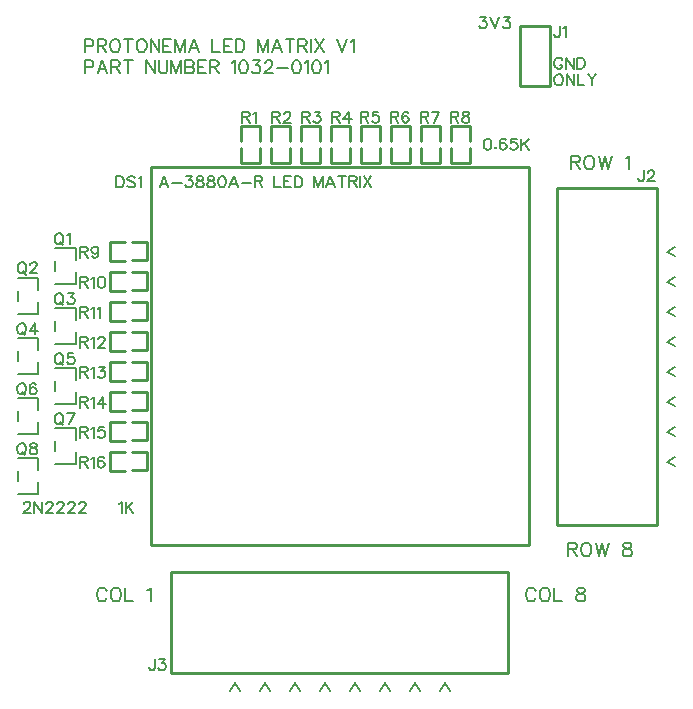
<source format=gto>
G04 Layer: TopSilkscreenLayer*
G04 EasyEDA v6.5.22, 2022-11-24 17:16:00*
G04 6a124e1b7ee84966bd2cac91662d51f7,5a6b42c53f6a479593ecc07194224c93,10*
G04 Gerber Generator version 0.2*
G04 Scale: 100 percent, Rotated: No, Reflected: No *
G04 Dimensions in millimeters *
G04 leading zeros omitted , absolute positions ,4 integer and 5 decimal *
%FSLAX45Y45*%
%MOMM*%

%ADD10C,0.1524*%
%ADD11C,0.2540*%

%LPD*%
D10*
X1353565Y354837D02*
G01*
X1353565Y282194D01*
X1348994Y268478D01*
X1344421Y263905D01*
X1335278Y259334D01*
X1326387Y259334D01*
X1317244Y263905D01*
X1312671Y268478D01*
X1308100Y282194D01*
X1308100Y291337D01*
X1392681Y354837D02*
G01*
X1442720Y354837D01*
X1415287Y318515D01*
X1429004Y318515D01*
X1438147Y313944D01*
X1442720Y309371D01*
X1447292Y295910D01*
X1447292Y286765D01*
X1442720Y273050D01*
X1433576Y263905D01*
X1419860Y259334D01*
X1406397Y259334D01*
X1392681Y263905D01*
X1388110Y268478D01*
X1383537Y277621D01*
X5493765Y4495037D02*
G01*
X5493765Y4422394D01*
X5489193Y4408678D01*
X5484622Y4404105D01*
X5475477Y4399534D01*
X5466588Y4399534D01*
X5457443Y4404105D01*
X5452872Y4408678D01*
X5448300Y4422394D01*
X5448300Y4431537D01*
X5528309Y4472431D02*
G01*
X5528309Y4477004D01*
X5532881Y4485894D01*
X5537454Y4490465D01*
X5546597Y4495037D01*
X5564631Y4495037D01*
X5573775Y4490465D01*
X5578347Y4485894D01*
X5582920Y4477004D01*
X5582920Y4467860D01*
X5578347Y4458715D01*
X5569204Y4445000D01*
X5523738Y4399534D01*
X5587491Y4399534D01*
X945387Y931926D02*
G01*
X940054Y942847D01*
X929131Y953770D01*
X918210Y959357D01*
X896365Y959357D01*
X885444Y953770D01*
X874521Y942847D01*
X868934Y931926D01*
X863600Y915670D01*
X863600Y888492D01*
X868934Y871981D01*
X874521Y861060D01*
X885444Y850137D01*
X896365Y844804D01*
X918210Y844804D01*
X929131Y850137D01*
X940054Y861060D01*
X945387Y871981D01*
X1014221Y959357D02*
G01*
X1003300Y953770D01*
X992378Y942847D01*
X986789Y931926D01*
X981455Y915670D01*
X981455Y888492D01*
X986789Y871981D01*
X992378Y861060D01*
X1003300Y850137D01*
X1014221Y844804D01*
X1036065Y844804D01*
X1046987Y850137D01*
X1057655Y861060D01*
X1063244Y871981D01*
X1068578Y888492D01*
X1068578Y915670D01*
X1063244Y931926D01*
X1057655Y942847D01*
X1046987Y953770D01*
X1036065Y959357D01*
X1014221Y959357D01*
X1104645Y959357D02*
G01*
X1104645Y844804D01*
X1104645Y844804D02*
G01*
X1170178Y844804D01*
X1290065Y937513D02*
G01*
X1300987Y942847D01*
X1317497Y959357D01*
X1317497Y844804D01*
X4577588Y931926D02*
G01*
X4572254Y942847D01*
X4561331Y953770D01*
X4550409Y959357D01*
X4528565Y959357D01*
X4517643Y953770D01*
X4506722Y942847D01*
X4501134Y931926D01*
X4495800Y915670D01*
X4495800Y888492D01*
X4501134Y871981D01*
X4506722Y861060D01*
X4517643Y850137D01*
X4528565Y844804D01*
X4550409Y844804D01*
X4561331Y850137D01*
X4572254Y861060D01*
X4577588Y871981D01*
X4646422Y959357D02*
G01*
X4635500Y953770D01*
X4624577Y942847D01*
X4618990Y931926D01*
X4613656Y915670D01*
X4613656Y888492D01*
X4618990Y871981D01*
X4624577Y861060D01*
X4635500Y850137D01*
X4646422Y844804D01*
X4668265Y844804D01*
X4679188Y850137D01*
X4689856Y861060D01*
X4695443Y871981D01*
X4700777Y888492D01*
X4700777Y915670D01*
X4695443Y931926D01*
X4689856Y942847D01*
X4679188Y953770D01*
X4668265Y959357D01*
X4646422Y959357D01*
X4736845Y959357D02*
G01*
X4736845Y844804D01*
X4736845Y844804D02*
G01*
X4802377Y844804D01*
X4949697Y959357D02*
G01*
X4933188Y953770D01*
X4927854Y942847D01*
X4927854Y931926D01*
X4933188Y921004D01*
X4944109Y915670D01*
X4965954Y910081D01*
X4982463Y904747D01*
X4993131Y893826D01*
X4998720Y882904D01*
X4998720Y866647D01*
X4993131Y855726D01*
X4987797Y850137D01*
X4971541Y844804D01*
X4949697Y844804D01*
X4933188Y850137D01*
X4927854Y855726D01*
X4922265Y866647D01*
X4922265Y882904D01*
X4927854Y893826D01*
X4938775Y904747D01*
X4955031Y910081D01*
X4976875Y915670D01*
X4987797Y921004D01*
X4993131Y931926D01*
X4993131Y942847D01*
X4987797Y953770D01*
X4971541Y959357D01*
X4949697Y959357D01*
X4851400Y1340357D02*
G01*
X4851400Y1225804D01*
X4851400Y1340357D02*
G01*
X4900422Y1340357D01*
X4916931Y1334770D01*
X4922265Y1329436D01*
X4927854Y1318513D01*
X4927854Y1307592D01*
X4922265Y1296670D01*
X4916931Y1291081D01*
X4900422Y1285747D01*
X4851400Y1285747D01*
X4889500Y1285747D02*
G01*
X4927854Y1225804D01*
X4996434Y1340357D02*
G01*
X4985511Y1334770D01*
X4974590Y1323847D01*
X4969256Y1312926D01*
X4963668Y1296670D01*
X4963668Y1269492D01*
X4969256Y1252981D01*
X4974590Y1242060D01*
X4985511Y1231137D01*
X4996434Y1225804D01*
X5018277Y1225804D01*
X5029200Y1231137D01*
X5040122Y1242060D01*
X5045456Y1252981D01*
X5051043Y1269492D01*
X5051043Y1296670D01*
X5045456Y1312926D01*
X5040122Y1323847D01*
X5029200Y1334770D01*
X5018277Y1340357D01*
X4996434Y1340357D01*
X5087111Y1340357D02*
G01*
X5114290Y1225804D01*
X5141468Y1340357D02*
G01*
X5114290Y1225804D01*
X5141468Y1340357D02*
G01*
X5168900Y1225804D01*
X5196077Y1340357D02*
G01*
X5168900Y1225804D01*
X5343397Y1340357D02*
G01*
X5327141Y1334770D01*
X5321554Y1323847D01*
X5321554Y1312926D01*
X5327141Y1302004D01*
X5338063Y1296670D01*
X5359654Y1291081D01*
X5376163Y1285747D01*
X5387086Y1274826D01*
X5392420Y1263904D01*
X5392420Y1247647D01*
X5387086Y1236726D01*
X5381497Y1231137D01*
X5365241Y1225804D01*
X5343397Y1225804D01*
X5327141Y1231137D01*
X5321554Y1236726D01*
X5316220Y1247647D01*
X5316220Y1263904D01*
X5321554Y1274826D01*
X5332475Y1285747D01*
X5348731Y1291081D01*
X5370575Y1296670D01*
X5381497Y1302004D01*
X5387086Y1312926D01*
X5387086Y1323847D01*
X5381497Y1334770D01*
X5365241Y1340357D01*
X5343397Y1340357D01*
X4876800Y4616957D02*
G01*
X4876800Y4502404D01*
X4876800Y4616957D02*
G01*
X4925822Y4616957D01*
X4942331Y4611370D01*
X4947665Y4606036D01*
X4953254Y4595113D01*
X4953254Y4584192D01*
X4947665Y4573270D01*
X4942331Y4567681D01*
X4925822Y4562347D01*
X4876800Y4562347D01*
X4914900Y4562347D02*
G01*
X4953254Y4502404D01*
X5021834Y4616957D02*
G01*
X5010911Y4611370D01*
X4999990Y4600447D01*
X4994656Y4589526D01*
X4989068Y4573270D01*
X4989068Y4546092D01*
X4994656Y4529581D01*
X4999990Y4518660D01*
X5010911Y4507737D01*
X5021834Y4502404D01*
X5043677Y4502404D01*
X5054600Y4507737D01*
X5065522Y4518660D01*
X5070856Y4529581D01*
X5076443Y4546092D01*
X5076443Y4573270D01*
X5070856Y4589526D01*
X5065522Y4600447D01*
X5054600Y4611370D01*
X5043677Y4616957D01*
X5021834Y4616957D01*
X5112511Y4616957D02*
G01*
X5139690Y4502404D01*
X5166868Y4616957D02*
G01*
X5139690Y4502404D01*
X5166868Y4616957D02*
G01*
X5194300Y4502404D01*
X5221477Y4616957D02*
G01*
X5194300Y4502404D01*
X5341620Y4595113D02*
G01*
X5352541Y4600447D01*
X5368797Y4616957D01*
X5368797Y4502404D01*
X1433321Y4444237D02*
G01*
X1397000Y4348734D01*
X1433321Y4444237D02*
G01*
X1469644Y4348734D01*
X1410715Y4380737D02*
G01*
X1456181Y4380737D01*
X1499615Y4389881D02*
G01*
X1581657Y4389881D01*
X1620520Y4444237D02*
G01*
X1670557Y4444237D01*
X1643379Y4407915D01*
X1657095Y4407915D01*
X1665986Y4403344D01*
X1670557Y4398771D01*
X1675129Y4385310D01*
X1675129Y4376165D01*
X1670557Y4362450D01*
X1661668Y4353305D01*
X1647952Y4348734D01*
X1634236Y4348734D01*
X1620520Y4353305D01*
X1616202Y4357878D01*
X1611629Y4367021D01*
X1727962Y4444237D02*
G01*
X1714245Y4439665D01*
X1709673Y4430776D01*
X1709673Y4421631D01*
X1714245Y4412487D01*
X1723389Y4407915D01*
X1741423Y4403344D01*
X1755139Y4398771D01*
X1764284Y4389881D01*
X1768855Y4380737D01*
X1768855Y4367021D01*
X1764284Y4357878D01*
X1759712Y4353305D01*
X1745995Y4348734D01*
X1727962Y4348734D01*
X1714245Y4353305D01*
X1709673Y4357878D01*
X1705102Y4367021D01*
X1705102Y4380737D01*
X1709673Y4389881D01*
X1718818Y4398771D01*
X1732534Y4403344D01*
X1750568Y4407915D01*
X1759712Y4412487D01*
X1764284Y4421631D01*
X1764284Y4430776D01*
X1759712Y4439665D01*
X1745995Y4444237D01*
X1727962Y4444237D01*
X1821434Y4444237D02*
G01*
X1807971Y4439665D01*
X1803400Y4430776D01*
X1803400Y4421631D01*
X1807971Y4412487D01*
X1817115Y4407915D01*
X1835150Y4403344D01*
X1848865Y4398771D01*
X1858010Y4389881D01*
X1862328Y4380737D01*
X1862328Y4367021D01*
X1858010Y4357878D01*
X1853437Y4353305D01*
X1839721Y4348734D01*
X1821434Y4348734D01*
X1807971Y4353305D01*
X1803400Y4357878D01*
X1798828Y4367021D01*
X1798828Y4380737D01*
X1803400Y4389881D01*
X1812544Y4398771D01*
X1826005Y4403344D01*
X1844294Y4407915D01*
X1853437Y4412487D01*
X1858010Y4421631D01*
X1858010Y4430776D01*
X1853437Y4439665D01*
X1839721Y4444237D01*
X1821434Y4444237D01*
X1919731Y4444237D02*
G01*
X1906015Y4439665D01*
X1897126Y4426204D01*
X1892554Y4403344D01*
X1892554Y4389881D01*
X1897126Y4367021D01*
X1906015Y4353305D01*
X1919731Y4348734D01*
X1928876Y4348734D01*
X1942338Y4353305D01*
X1951481Y4367021D01*
X1956054Y4389881D01*
X1956054Y4403344D01*
X1951481Y4426204D01*
X1942338Y4439665D01*
X1928876Y4444237D01*
X1919731Y4444237D01*
X2022347Y4444237D02*
G01*
X1986025Y4348734D01*
X2022347Y4444237D02*
G01*
X2058924Y4348734D01*
X1999741Y4380737D02*
G01*
X2045208Y4380737D01*
X2088895Y4389881D02*
G01*
X2170684Y4389881D01*
X2200656Y4444237D02*
G01*
X2200656Y4348734D01*
X2200656Y4444237D02*
G01*
X2241550Y4444237D01*
X2255265Y4439665D01*
X2259838Y4435094D01*
X2264156Y4426204D01*
X2264156Y4417060D01*
X2259838Y4407915D01*
X2255265Y4403344D01*
X2241550Y4398771D01*
X2200656Y4398771D01*
X2232406Y4398771D02*
G01*
X2264156Y4348734D01*
X2364231Y4444237D02*
G01*
X2364231Y4348734D01*
X2364231Y4348734D02*
G01*
X2418841Y4348734D01*
X2448813Y4444237D02*
G01*
X2448813Y4348734D01*
X2448813Y4444237D02*
G01*
X2507995Y4444237D01*
X2448813Y4398771D02*
G01*
X2485136Y4398771D01*
X2448813Y4348734D02*
G01*
X2507995Y4348734D01*
X2537968Y4444237D02*
G01*
X2537968Y4348734D01*
X2537968Y4444237D02*
G01*
X2569718Y4444237D01*
X2583434Y4439665D01*
X2592577Y4430776D01*
X2596895Y4421631D01*
X2601468Y4407915D01*
X2601468Y4385310D01*
X2596895Y4371594D01*
X2592577Y4362450D01*
X2583434Y4353305D01*
X2569718Y4348734D01*
X2537968Y4348734D01*
X2701543Y4444237D02*
G01*
X2701543Y4348734D01*
X2701543Y4444237D02*
G01*
X2737865Y4348734D01*
X2774188Y4444237D02*
G01*
X2737865Y4348734D01*
X2774188Y4444237D02*
G01*
X2774188Y4348734D01*
X2840736Y4444237D02*
G01*
X2804159Y4348734D01*
X2840736Y4444237D02*
G01*
X2877058Y4348734D01*
X2817875Y4380737D02*
G01*
X2863341Y4380737D01*
X2938779Y4444237D02*
G01*
X2938779Y4348734D01*
X2907029Y4444237D02*
G01*
X2970529Y4444237D01*
X3000756Y4444237D02*
G01*
X3000756Y4348734D01*
X3000756Y4444237D02*
G01*
X3041650Y4444237D01*
X3055111Y4439665D01*
X3059684Y4435094D01*
X3064256Y4426204D01*
X3064256Y4417060D01*
X3059684Y4407915D01*
X3055111Y4403344D01*
X3041650Y4398771D01*
X3000756Y4398771D01*
X3032506Y4398771D02*
G01*
X3064256Y4348734D01*
X3094227Y4444237D02*
G01*
X3094227Y4348734D01*
X3124200Y4444237D02*
G01*
X3187954Y4348734D01*
X3187954Y4444237D02*
G01*
X3124200Y4348734D01*
X1028700Y4444237D02*
G01*
X1028700Y4348734D01*
X1028700Y4444237D02*
G01*
X1060450Y4444237D01*
X1074165Y4439665D01*
X1083310Y4430776D01*
X1087881Y4421631D01*
X1092454Y4407915D01*
X1092454Y4385310D01*
X1087881Y4371594D01*
X1083310Y4362450D01*
X1074165Y4353305D01*
X1060450Y4348734D01*
X1028700Y4348734D01*
X1185926Y4430776D02*
G01*
X1176781Y4439665D01*
X1163320Y4444237D01*
X1145031Y4444237D01*
X1131315Y4439665D01*
X1122426Y4430776D01*
X1122426Y4421631D01*
X1126997Y4412487D01*
X1131315Y4407915D01*
X1140460Y4403344D01*
X1167892Y4394200D01*
X1176781Y4389881D01*
X1181354Y4385310D01*
X1185926Y4376165D01*
X1185926Y4362450D01*
X1176781Y4353305D01*
X1163320Y4348734D01*
X1145031Y4348734D01*
X1131315Y4353305D01*
X1122426Y4362450D01*
X1215897Y4426204D02*
G01*
X1225042Y4430776D01*
X1238757Y4444237D01*
X1238757Y4348734D01*
X4111243Y5790437D02*
G01*
X4161281Y5790437D01*
X4133850Y5754115D01*
X4147565Y5754115D01*
X4156709Y5749544D01*
X4161281Y5744971D01*
X4165854Y5731510D01*
X4165854Y5722365D01*
X4161281Y5708650D01*
X4152138Y5699505D01*
X4138422Y5694934D01*
X4124706Y5694934D01*
X4111243Y5699505D01*
X4106672Y5704078D01*
X4102100Y5713221D01*
X4195825Y5790437D02*
G01*
X4232147Y5694934D01*
X4268470Y5790437D02*
G01*
X4232147Y5694934D01*
X4307586Y5790437D02*
G01*
X4357624Y5790437D01*
X4330191Y5754115D01*
X4343908Y5754115D01*
X4353052Y5749544D01*
X4357624Y5744971D01*
X4362195Y5731510D01*
X4362195Y5722365D01*
X4357624Y5708650D01*
X4348479Y5699505D01*
X4334763Y5694934D01*
X4321302Y5694934D01*
X4307586Y5699505D01*
X4303013Y5704078D01*
X4298441Y5713221D01*
X4782565Y5714237D02*
G01*
X4782565Y5641594D01*
X4777993Y5627878D01*
X4773422Y5623305D01*
X4764277Y5618734D01*
X4755388Y5618734D01*
X4746243Y5623305D01*
X4741672Y5627878D01*
X4737100Y5641594D01*
X4737100Y5650737D01*
X4812538Y5696204D02*
G01*
X4821681Y5700776D01*
X4835397Y5714237D01*
X4835397Y5618734D01*
X4805172Y5424931D02*
G01*
X4800854Y5434076D01*
X4791709Y5442965D01*
X4782565Y5447537D01*
X4764277Y5447537D01*
X4755388Y5442965D01*
X4746243Y5434076D01*
X4741672Y5424931D01*
X4737100Y5411215D01*
X4737100Y5388610D01*
X4741672Y5374894D01*
X4746243Y5365750D01*
X4755388Y5356605D01*
X4764277Y5352034D01*
X4782565Y5352034D01*
X4791709Y5356605D01*
X4800854Y5365750D01*
X4805172Y5374894D01*
X4805172Y5388610D01*
X4782565Y5388610D02*
G01*
X4805172Y5388610D01*
X4835397Y5447537D02*
G01*
X4835397Y5352034D01*
X4835397Y5447537D02*
G01*
X4898897Y5352034D01*
X4898897Y5447537D02*
G01*
X4898897Y5352034D01*
X4928870Y5447537D02*
G01*
X4928870Y5352034D01*
X4928870Y5447537D02*
G01*
X4960620Y5447537D01*
X4974336Y5442965D01*
X4983479Y5434076D01*
X4988052Y5424931D01*
X4992624Y5411215D01*
X4992624Y5388610D01*
X4988052Y5374894D01*
X4983479Y5365750D01*
X4974336Y5356605D01*
X4960620Y5352034D01*
X4928870Y5352034D01*
X4764277Y5307837D02*
G01*
X4755388Y5303265D01*
X4746243Y5294376D01*
X4741672Y5285231D01*
X4737100Y5271515D01*
X4737100Y5248910D01*
X4741672Y5235194D01*
X4746243Y5226050D01*
X4755388Y5216905D01*
X4764277Y5212334D01*
X4782565Y5212334D01*
X4791709Y5216905D01*
X4800854Y5226050D01*
X4805172Y5235194D01*
X4809743Y5248910D01*
X4809743Y5271515D01*
X4805172Y5285231D01*
X4800854Y5294376D01*
X4791709Y5303265D01*
X4782565Y5307837D01*
X4764277Y5307837D01*
X4839715Y5307837D02*
G01*
X4839715Y5212334D01*
X4839715Y5307837D02*
G01*
X4903470Y5212334D01*
X4903470Y5307837D02*
G01*
X4903470Y5212334D01*
X4933441Y5307837D02*
G01*
X4933441Y5212334D01*
X4933441Y5212334D02*
G01*
X4988052Y5212334D01*
X5018024Y5307837D02*
G01*
X5054345Y5262371D01*
X5054345Y5212334D01*
X5090668Y5307837D02*
G01*
X5054345Y5262371D01*
X2070973Y83215D02*
G01*
X2030079Y156113D01*
X1989185Y83215D01*
X2324973Y83215D02*
G01*
X2284079Y156113D01*
X2243185Y83215D01*
X2578973Y83215D02*
G01*
X2538079Y156113D01*
X2497185Y83215D01*
X2832973Y83215D02*
G01*
X2792079Y156113D01*
X2751185Y83215D01*
X3086973Y83215D02*
G01*
X3046079Y156113D01*
X3005185Y83215D01*
X3340973Y83215D02*
G01*
X3300079Y156113D01*
X3259185Y83215D01*
X3594973Y83215D02*
G01*
X3554079Y156113D01*
X3513185Y83215D01*
X3848973Y83215D02*
G01*
X3808079Y156113D01*
X3767185Y83215D01*
X5762365Y2068179D02*
G01*
X5689467Y2027285D01*
X5762365Y1986391D01*
X5762365Y2322179D02*
G01*
X5689467Y2281285D01*
X5762365Y2240391D01*
X5762365Y2576179D02*
G01*
X5689467Y2535285D01*
X5762365Y2494391D01*
X5762365Y2830179D02*
G01*
X5689467Y2789285D01*
X5762365Y2748391D01*
X5762365Y3084179D02*
G01*
X5689467Y3043285D01*
X5762365Y3002391D01*
X5762365Y3338179D02*
G01*
X5689467Y3297285D01*
X5762365Y3256391D01*
X5762365Y3592179D02*
G01*
X5689467Y3551285D01*
X5762365Y3510391D01*
X5762365Y3846179D02*
G01*
X5689467Y3805285D01*
X5762365Y3764391D01*
X762000Y5601715D02*
G01*
X762000Y5492750D01*
X762000Y5601715D02*
G01*
X808736Y5601715D01*
X824229Y5596636D01*
X829563Y5591302D01*
X834644Y5580887D01*
X834644Y5565394D01*
X829563Y5554979D01*
X824229Y5549900D01*
X808736Y5544565D01*
X762000Y5544565D01*
X868934Y5601715D02*
G01*
X868934Y5492750D01*
X868934Y5601715D02*
G01*
X915670Y5601715D01*
X931418Y5596636D01*
X936497Y5591302D01*
X941831Y5580887D01*
X941831Y5570473D01*
X936497Y5560060D01*
X931418Y5554979D01*
X915670Y5549900D01*
X868934Y5549900D01*
X905510Y5549900D02*
G01*
X941831Y5492750D01*
X1007110Y5601715D02*
G01*
X996950Y5596636D01*
X986536Y5586221D01*
X981202Y5575807D01*
X976121Y5560060D01*
X976121Y5534152D01*
X981202Y5518657D01*
X986536Y5508244D01*
X996950Y5497829D01*
X1007110Y5492750D01*
X1027937Y5492750D01*
X1038352Y5497829D01*
X1048765Y5508244D01*
X1054100Y5518657D01*
X1059179Y5534152D01*
X1059179Y5560060D01*
X1054100Y5575807D01*
X1048765Y5586221D01*
X1038352Y5596636D01*
X1027937Y5601715D01*
X1007110Y5601715D01*
X1129792Y5601715D02*
G01*
X1129792Y5492750D01*
X1093470Y5601715D02*
G01*
X1166113Y5601715D01*
X1231645Y5601715D02*
G01*
X1221231Y5596636D01*
X1210818Y5586221D01*
X1205737Y5575807D01*
X1200404Y5560060D01*
X1200404Y5534152D01*
X1205737Y5518657D01*
X1210818Y5508244D01*
X1221231Y5497829D01*
X1231645Y5492750D01*
X1252473Y5492750D01*
X1262887Y5497829D01*
X1273302Y5508244D01*
X1278381Y5518657D01*
X1283715Y5534152D01*
X1283715Y5560060D01*
X1278381Y5575807D01*
X1273302Y5586221D01*
X1262887Y5596636D01*
X1252473Y5601715D01*
X1231645Y5601715D01*
X1318005Y5601715D02*
G01*
X1318005Y5492750D01*
X1318005Y5601715D02*
G01*
X1390650Y5492750D01*
X1390650Y5601715D02*
G01*
X1390650Y5492750D01*
X1424939Y5601715D02*
G01*
X1424939Y5492750D01*
X1424939Y5601715D02*
G01*
X1492504Y5601715D01*
X1424939Y5549900D02*
G01*
X1466595Y5549900D01*
X1424939Y5492750D02*
G01*
X1492504Y5492750D01*
X1526794Y5601715D02*
G01*
X1526794Y5492750D01*
X1526794Y5601715D02*
G01*
X1568450Y5492750D01*
X1609852Y5601715D02*
G01*
X1568450Y5492750D01*
X1609852Y5601715D02*
G01*
X1609852Y5492750D01*
X1685797Y5601715D02*
G01*
X1644142Y5492750D01*
X1685797Y5601715D02*
G01*
X1727200Y5492750D01*
X1659889Y5529071D02*
G01*
X1711705Y5529071D01*
X1841500Y5601715D02*
G01*
X1841500Y5492750D01*
X1841500Y5492750D02*
G01*
X1903984Y5492750D01*
X1938274Y5601715D02*
G01*
X1938274Y5492750D01*
X1938274Y5601715D02*
G01*
X2005838Y5601715D01*
X1938274Y5549900D02*
G01*
X1979929Y5549900D01*
X1938274Y5492750D02*
G01*
X2005838Y5492750D01*
X2040127Y5601715D02*
G01*
X2040127Y5492750D01*
X2040127Y5601715D02*
G01*
X2076450Y5601715D01*
X2091943Y5596636D01*
X2102358Y5586221D01*
X2107691Y5575807D01*
X2112772Y5560060D01*
X2112772Y5534152D01*
X2107691Y5518657D01*
X2102358Y5508244D01*
X2091943Y5497829D01*
X2076450Y5492750D01*
X2040127Y5492750D01*
X2227072Y5601715D02*
G01*
X2227072Y5492750D01*
X2227072Y5601715D02*
G01*
X2268727Y5492750D01*
X2310129Y5601715D02*
G01*
X2268727Y5492750D01*
X2310129Y5601715D02*
G01*
X2310129Y5492750D01*
X2386075Y5601715D02*
G01*
X2344420Y5492750D01*
X2386075Y5601715D02*
G01*
X2427731Y5492750D01*
X2360168Y5529071D02*
G01*
X2411984Y5529071D01*
X2498343Y5601715D02*
G01*
X2498343Y5492750D01*
X2462022Y5601715D02*
G01*
X2534665Y5601715D01*
X2568956Y5601715D02*
G01*
X2568956Y5492750D01*
X2568956Y5601715D02*
G01*
X2615691Y5601715D01*
X2631440Y5596636D01*
X2636520Y5591302D01*
X2641600Y5580887D01*
X2641600Y5570473D01*
X2636520Y5560060D01*
X2631440Y5554979D01*
X2615691Y5549900D01*
X2568956Y5549900D01*
X2605277Y5549900D02*
G01*
X2641600Y5492750D01*
X2675890Y5601715D02*
G01*
X2675890Y5492750D01*
X2710179Y5601715D02*
G01*
X2783077Y5492750D01*
X2783077Y5601715D02*
G01*
X2710179Y5492750D01*
X2897377Y5601715D02*
G01*
X2938779Y5492750D01*
X2980436Y5601715D02*
G01*
X2938779Y5492750D01*
X3014725Y5580887D02*
G01*
X3025140Y5586221D01*
X3040634Y5601715D01*
X3040634Y5492750D01*
X762000Y5423915D02*
G01*
X762000Y5314950D01*
X762000Y5423915D02*
G01*
X808736Y5423915D01*
X824229Y5418836D01*
X829563Y5413502D01*
X834644Y5403087D01*
X834644Y5387594D01*
X829563Y5377179D01*
X824229Y5372100D01*
X808736Y5366765D01*
X762000Y5366765D01*
X910589Y5423915D02*
G01*
X868934Y5314950D01*
X910589Y5423915D02*
G01*
X952245Y5314950D01*
X884681Y5351271D02*
G01*
X936497Y5351271D01*
X986536Y5423915D02*
G01*
X986536Y5314950D01*
X986536Y5423915D02*
G01*
X1033271Y5423915D01*
X1048765Y5418836D01*
X1054100Y5413502D01*
X1059179Y5403087D01*
X1059179Y5392673D01*
X1054100Y5382260D01*
X1048765Y5377179D01*
X1033271Y5372100D01*
X986536Y5372100D01*
X1022857Y5372100D02*
G01*
X1059179Y5314950D01*
X1129792Y5423915D02*
G01*
X1129792Y5314950D01*
X1093470Y5423915D02*
G01*
X1166113Y5423915D01*
X1280413Y5423915D02*
G01*
X1280413Y5314950D01*
X1280413Y5423915D02*
G01*
X1353312Y5314950D01*
X1353312Y5423915D02*
G01*
X1353312Y5314950D01*
X1387602Y5423915D02*
G01*
X1387602Y5345937D01*
X1392681Y5330444D01*
X1403095Y5320029D01*
X1418589Y5314950D01*
X1429004Y5314950D01*
X1444752Y5320029D01*
X1455165Y5330444D01*
X1460245Y5345937D01*
X1460245Y5423915D01*
X1494536Y5423915D02*
G01*
X1494536Y5314950D01*
X1494536Y5423915D02*
G01*
X1536192Y5314950D01*
X1577594Y5423915D02*
G01*
X1536192Y5314950D01*
X1577594Y5423915D02*
G01*
X1577594Y5314950D01*
X1611884Y5423915D02*
G01*
X1611884Y5314950D01*
X1611884Y5423915D02*
G01*
X1658620Y5423915D01*
X1674368Y5418836D01*
X1679447Y5413502D01*
X1684781Y5403087D01*
X1684781Y5392673D01*
X1679447Y5382260D01*
X1674368Y5377179D01*
X1658620Y5372100D01*
X1611884Y5372100D02*
G01*
X1658620Y5372100D01*
X1674368Y5366765D01*
X1679447Y5361686D01*
X1684781Y5351271D01*
X1684781Y5335523D01*
X1679447Y5325110D01*
X1674368Y5320029D01*
X1658620Y5314950D01*
X1611884Y5314950D01*
X1719071Y5423915D02*
G01*
X1719071Y5314950D01*
X1719071Y5423915D02*
G01*
X1786636Y5423915D01*
X1719071Y5372100D02*
G01*
X1760473Y5372100D01*
X1719071Y5314950D02*
G01*
X1786636Y5314950D01*
X1820926Y5423915D02*
G01*
X1820926Y5314950D01*
X1820926Y5423915D02*
G01*
X1867662Y5423915D01*
X1883155Y5418836D01*
X1888489Y5413502D01*
X1893570Y5403087D01*
X1893570Y5392673D01*
X1888489Y5382260D01*
X1883155Y5377179D01*
X1867662Y5372100D01*
X1820926Y5372100D01*
X1857247Y5372100D02*
G01*
X1893570Y5314950D01*
X2007870Y5403087D02*
G01*
X2018284Y5408421D01*
X2033777Y5423915D01*
X2033777Y5314950D01*
X2099309Y5423915D02*
G01*
X2083815Y5418836D01*
X2073402Y5403087D01*
X2068068Y5377179D01*
X2068068Y5361686D01*
X2073402Y5335523D01*
X2083815Y5320029D01*
X2099309Y5314950D01*
X2109724Y5314950D01*
X2125218Y5320029D01*
X2135631Y5335523D01*
X2140965Y5361686D01*
X2140965Y5377179D01*
X2135631Y5403087D01*
X2125218Y5418836D01*
X2109724Y5423915D01*
X2099309Y5423915D01*
X2185670Y5423915D02*
G01*
X2242820Y5423915D01*
X2211577Y5382260D01*
X2227072Y5382260D01*
X2237486Y5377179D01*
X2242820Y5372100D01*
X2247900Y5356352D01*
X2247900Y5345937D01*
X2242820Y5330444D01*
X2232406Y5320029D01*
X2216658Y5314950D01*
X2201163Y5314950D01*
X2185670Y5320029D01*
X2180336Y5325110D01*
X2175256Y5335523D01*
X2287270Y5398007D02*
G01*
X2287270Y5403087D01*
X2292604Y5413502D01*
X2297684Y5418836D01*
X2308097Y5423915D01*
X2328925Y5423915D01*
X2339340Y5418836D01*
X2344420Y5413502D01*
X2349754Y5403087D01*
X2349754Y5392673D01*
X2344420Y5382260D01*
X2334259Y5366765D01*
X2282190Y5314950D01*
X2354834Y5314950D01*
X2389124Y5361686D02*
G01*
X2482850Y5361686D01*
X2548127Y5423915D02*
G01*
X2532634Y5418836D01*
X2522220Y5403087D01*
X2517140Y5377179D01*
X2517140Y5361686D01*
X2522220Y5335523D01*
X2532634Y5320029D01*
X2548127Y5314950D01*
X2558541Y5314950D01*
X2574290Y5320029D01*
X2584450Y5335523D01*
X2589784Y5361686D01*
X2589784Y5377179D01*
X2584450Y5403087D01*
X2574290Y5418836D01*
X2558541Y5423915D01*
X2548127Y5423915D01*
X2624074Y5403087D02*
G01*
X2634488Y5408421D01*
X2649981Y5423915D01*
X2649981Y5314950D01*
X2715513Y5423915D02*
G01*
X2700020Y5418836D01*
X2689606Y5403087D01*
X2684272Y5377179D01*
X2684272Y5361686D01*
X2689606Y5335523D01*
X2700020Y5320029D01*
X2715513Y5314950D01*
X2725927Y5314950D01*
X2741422Y5320029D01*
X2751836Y5335523D01*
X2757170Y5361686D01*
X2757170Y5377179D01*
X2751836Y5403087D01*
X2741422Y5418836D01*
X2725927Y5423915D01*
X2715513Y5423915D01*
X2791459Y5403087D02*
G01*
X2801620Y5408421D01*
X2817368Y5423915D01*
X2817368Y5314950D01*
X245871Y1665731D02*
G01*
X245871Y1670304D01*
X250444Y1679194D01*
X255015Y1683765D01*
X263905Y1688337D01*
X282194Y1688337D01*
X291337Y1683765D01*
X295910Y1679194D01*
X300481Y1670304D01*
X300481Y1661160D01*
X295910Y1652015D01*
X286765Y1638300D01*
X241300Y1592834D01*
X305054Y1592834D01*
X335026Y1688337D02*
G01*
X335026Y1592834D01*
X335026Y1688337D02*
G01*
X398526Y1592834D01*
X398526Y1688337D02*
G01*
X398526Y1592834D01*
X433070Y1665731D02*
G01*
X433070Y1670304D01*
X437642Y1679194D01*
X442213Y1683765D01*
X451357Y1688337D01*
X469392Y1688337D01*
X478536Y1683765D01*
X483107Y1679194D01*
X487679Y1670304D01*
X487679Y1661160D01*
X483107Y1652015D01*
X473963Y1638300D01*
X428497Y1592834D01*
X492252Y1592834D01*
X526795Y1665731D02*
G01*
X526795Y1670304D01*
X531368Y1679194D01*
X535939Y1683765D01*
X544829Y1688337D01*
X563118Y1688337D01*
X572262Y1683765D01*
X576834Y1679194D01*
X581405Y1670304D01*
X581405Y1661160D01*
X576834Y1652015D01*
X567689Y1638300D01*
X522223Y1592834D01*
X585723Y1592834D01*
X620268Y1665731D02*
G01*
X620268Y1670304D01*
X624839Y1679194D01*
X629412Y1683765D01*
X638555Y1688337D01*
X656844Y1688337D01*
X665734Y1683765D01*
X670305Y1679194D01*
X674878Y1670304D01*
X674878Y1661160D01*
X670305Y1652015D01*
X661415Y1638300D01*
X615950Y1592834D01*
X679450Y1592834D01*
X713994Y1665731D02*
G01*
X713994Y1670304D01*
X718565Y1679194D01*
X723137Y1683765D01*
X732281Y1688337D01*
X750315Y1688337D01*
X759460Y1683765D01*
X764031Y1679194D01*
X768604Y1670304D01*
X768604Y1661160D01*
X764031Y1652015D01*
X754887Y1638300D01*
X709421Y1592834D01*
X773176Y1592834D01*
X1054100Y1670304D02*
G01*
X1063244Y1674876D01*
X1076705Y1688337D01*
X1076705Y1592834D01*
X1106931Y1688337D02*
G01*
X1106931Y1592834D01*
X1170431Y1688337D02*
G01*
X1106931Y1624837D01*
X1129537Y1647444D02*
G01*
X1170431Y1592834D01*
X4167377Y4761737D02*
G01*
X4153915Y4757165D01*
X4144772Y4743704D01*
X4140200Y4720844D01*
X4140200Y4707381D01*
X4144772Y4684521D01*
X4153915Y4670805D01*
X4167377Y4666234D01*
X4176522Y4666234D01*
X4190238Y4670805D01*
X4199381Y4684521D01*
X4203954Y4707381D01*
X4203954Y4720844D01*
X4199381Y4743704D01*
X4190238Y4757165D01*
X4176522Y4761737D01*
X4167377Y4761737D01*
X4238497Y4689094D02*
G01*
X4233925Y4684521D01*
X4238497Y4679950D01*
X4242815Y4684521D01*
X4238497Y4689094D01*
X4327397Y4748276D02*
G01*
X4322825Y4757165D01*
X4309363Y4761737D01*
X4300220Y4761737D01*
X4286504Y4757165D01*
X4277359Y4743704D01*
X4273041Y4720844D01*
X4273041Y4698237D01*
X4277359Y4679950D01*
X4286504Y4670805D01*
X4300220Y4666234D01*
X4304791Y4666234D01*
X4318508Y4670805D01*
X4327397Y4679950D01*
X4331970Y4693665D01*
X4331970Y4698237D01*
X4327397Y4711700D01*
X4318508Y4720844D01*
X4304791Y4725415D01*
X4300220Y4725415D01*
X4286504Y4720844D01*
X4277359Y4711700D01*
X4273041Y4698237D01*
X4416552Y4761737D02*
G01*
X4371086Y4761737D01*
X4366513Y4720844D01*
X4371086Y4725415D01*
X4384802Y4729987D01*
X4398263Y4729987D01*
X4411979Y4725415D01*
X4421124Y4716271D01*
X4425695Y4702810D01*
X4425695Y4693665D01*
X4421124Y4679950D01*
X4411979Y4670805D01*
X4398263Y4666234D01*
X4384802Y4666234D01*
X4371086Y4670805D01*
X4366513Y4675378D01*
X4361941Y4684521D01*
X4455668Y4761737D02*
G01*
X4455668Y4666234D01*
X4519168Y4761737D02*
G01*
X4455668Y4698237D01*
X4478274Y4720844D02*
G01*
X4519168Y4666234D01*
X217678Y2691637D02*
G01*
X208787Y2687065D01*
X199644Y2678176D01*
X195071Y2669031D01*
X190500Y2655315D01*
X190500Y2632710D01*
X195071Y2618994D01*
X199644Y2609850D01*
X208787Y2600705D01*
X217678Y2596134D01*
X235965Y2596134D01*
X245110Y2600705D01*
X254254Y2609850D01*
X258571Y2618994D01*
X263144Y2632710D01*
X263144Y2655315D01*
X258571Y2669031D01*
X254254Y2678176D01*
X245110Y2687065D01*
X235965Y2691637D01*
X217678Y2691637D01*
X231394Y2614421D02*
G01*
X258571Y2587244D01*
X347726Y2678176D02*
G01*
X343154Y2687065D01*
X329692Y2691637D01*
X320547Y2691637D01*
X306831Y2687065D01*
X297687Y2673604D01*
X293115Y2650744D01*
X293115Y2628137D01*
X297687Y2609850D01*
X306831Y2600705D01*
X320547Y2596134D01*
X325120Y2596134D01*
X338581Y2600705D01*
X347726Y2609850D01*
X352297Y2623565D01*
X352297Y2628137D01*
X347726Y2641600D01*
X338581Y2650744D01*
X325120Y2655315D01*
X320547Y2655315D01*
X306831Y2650744D01*
X297687Y2641600D01*
X293115Y2628137D01*
X535178Y2945637D02*
G01*
X526287Y2941065D01*
X517144Y2932176D01*
X512571Y2923031D01*
X508000Y2909315D01*
X508000Y2886710D01*
X512571Y2872994D01*
X517144Y2863850D01*
X526287Y2854705D01*
X535178Y2850134D01*
X553465Y2850134D01*
X562610Y2854705D01*
X571754Y2863850D01*
X576071Y2872994D01*
X580644Y2886710D01*
X580644Y2909315D01*
X576071Y2923031D01*
X571754Y2932176D01*
X562610Y2941065D01*
X553465Y2945637D01*
X535178Y2945637D01*
X548894Y2868421D02*
G01*
X576071Y2841244D01*
X665226Y2945637D02*
G01*
X619760Y2945637D01*
X615187Y2904744D01*
X619760Y2909315D01*
X633476Y2913887D01*
X647192Y2913887D01*
X660654Y2909315D01*
X669797Y2900171D01*
X674370Y2886710D01*
X674370Y2877565D01*
X669797Y2863850D01*
X660654Y2854705D01*
X647192Y2850134D01*
X633476Y2850134D01*
X619760Y2854705D01*
X615187Y2859278D01*
X610615Y2868421D01*
X217678Y3199637D02*
G01*
X208787Y3195065D01*
X199644Y3186176D01*
X195071Y3177031D01*
X190500Y3163315D01*
X190500Y3140710D01*
X195071Y3126994D01*
X199644Y3117850D01*
X208787Y3108705D01*
X217678Y3104134D01*
X235965Y3104134D01*
X245110Y3108705D01*
X254254Y3117850D01*
X258571Y3126994D01*
X263144Y3140710D01*
X263144Y3163315D01*
X258571Y3177031D01*
X254254Y3186176D01*
X245110Y3195065D01*
X235965Y3199637D01*
X217678Y3199637D01*
X231394Y3122421D02*
G01*
X258571Y3095244D01*
X338581Y3199637D02*
G01*
X293115Y3136137D01*
X361442Y3136137D01*
X338581Y3199637D02*
G01*
X338581Y3104134D01*
X2857500Y4990337D02*
G01*
X2857500Y4894834D01*
X2857500Y4990337D02*
G01*
X2898393Y4990337D01*
X2912109Y4985765D01*
X2916681Y4981194D01*
X2921254Y4972304D01*
X2921254Y4963160D01*
X2916681Y4954015D01*
X2912109Y4949444D01*
X2898393Y4944871D01*
X2857500Y4944871D01*
X2889250Y4944871D02*
G01*
X2921254Y4894834D01*
X2996691Y4990337D02*
G01*
X2951225Y4926837D01*
X3019297Y4926837D01*
X2996691Y4990337D02*
G01*
X2996691Y4894834D01*
X2603500Y4990337D02*
G01*
X2603500Y4894834D01*
X2603500Y4990337D02*
G01*
X2644393Y4990337D01*
X2658109Y4985765D01*
X2662681Y4981194D01*
X2667254Y4972304D01*
X2667254Y4963160D01*
X2662681Y4954015D01*
X2658109Y4949444D01*
X2644393Y4944871D01*
X2603500Y4944871D01*
X2635250Y4944871D02*
G01*
X2667254Y4894834D01*
X2706115Y4990337D02*
G01*
X2756154Y4990337D01*
X2728975Y4954015D01*
X2742691Y4954015D01*
X2751581Y4949444D01*
X2756154Y4944871D01*
X2760725Y4931410D01*
X2760725Y4922265D01*
X2756154Y4908550D01*
X2747009Y4899405D01*
X2733547Y4894834D01*
X2719831Y4894834D01*
X2706115Y4899405D01*
X2701797Y4903978D01*
X2697225Y4913121D01*
X535178Y3453637D02*
G01*
X526287Y3449065D01*
X517144Y3440176D01*
X512571Y3431031D01*
X508000Y3417315D01*
X508000Y3394710D01*
X512571Y3380994D01*
X517144Y3371850D01*
X526287Y3362705D01*
X535178Y3358134D01*
X553465Y3358134D01*
X562610Y3362705D01*
X571754Y3371850D01*
X576071Y3380994D01*
X580644Y3394710D01*
X580644Y3417315D01*
X576071Y3431031D01*
X571754Y3440176D01*
X562610Y3449065D01*
X553465Y3453637D01*
X535178Y3453637D01*
X548894Y3376421D02*
G01*
X576071Y3349244D01*
X619760Y3453637D02*
G01*
X669797Y3453637D01*
X642620Y3417315D01*
X656081Y3417315D01*
X665226Y3412744D01*
X669797Y3408171D01*
X674370Y3394710D01*
X674370Y3385565D01*
X669797Y3371850D01*
X660654Y3362705D01*
X647192Y3358134D01*
X633476Y3358134D01*
X619760Y3362705D01*
X615187Y3367278D01*
X610615Y3376421D01*
X2095500Y4990337D02*
G01*
X2095500Y4894834D01*
X2095500Y4990337D02*
G01*
X2136393Y4990337D01*
X2150109Y4985765D01*
X2154681Y4981194D01*
X2159254Y4972304D01*
X2159254Y4963160D01*
X2154681Y4954015D01*
X2150109Y4949444D01*
X2136393Y4944871D01*
X2095500Y4944871D01*
X2127250Y4944871D02*
G01*
X2159254Y4894834D01*
X2189225Y4972304D02*
G01*
X2198115Y4976876D01*
X2211831Y4990337D01*
X2211831Y4894834D01*
X2349500Y4990337D02*
G01*
X2349500Y4894834D01*
X2349500Y4990337D02*
G01*
X2390393Y4990337D01*
X2404109Y4985765D01*
X2408681Y4981194D01*
X2413254Y4972304D01*
X2413254Y4963160D01*
X2408681Y4954015D01*
X2404109Y4949444D01*
X2390393Y4944871D01*
X2349500Y4944871D01*
X2381250Y4944871D02*
G01*
X2413254Y4894834D01*
X2447797Y4967731D02*
G01*
X2447797Y4972304D01*
X2452115Y4981194D01*
X2456688Y4985765D01*
X2465831Y4990337D01*
X2484120Y4990337D01*
X2493009Y4985765D01*
X2497581Y4981194D01*
X2502154Y4972304D01*
X2502154Y4963160D01*
X2497581Y4954015D01*
X2488691Y4940300D01*
X2443225Y4894834D01*
X2506725Y4894834D01*
X535178Y3961637D02*
G01*
X526287Y3957065D01*
X517144Y3948176D01*
X512571Y3939031D01*
X508000Y3925315D01*
X508000Y3902710D01*
X512571Y3888994D01*
X517144Y3879850D01*
X526287Y3870705D01*
X535178Y3866134D01*
X553465Y3866134D01*
X562610Y3870705D01*
X571754Y3879850D01*
X576071Y3888994D01*
X580644Y3902710D01*
X580644Y3925315D01*
X576071Y3939031D01*
X571754Y3948176D01*
X562610Y3957065D01*
X553465Y3961637D01*
X535178Y3961637D01*
X548894Y3884421D02*
G01*
X576071Y3857244D01*
X610615Y3943604D02*
G01*
X619760Y3948176D01*
X633476Y3961637D01*
X633476Y3866134D01*
X221234Y3715512D02*
G01*
X212344Y3710939D01*
X203200Y3702050D01*
X198628Y3692905D01*
X194055Y3679189D01*
X194055Y3656584D01*
X198628Y3642868D01*
X203200Y3633723D01*
X212344Y3624579D01*
X221234Y3620007D01*
X239521Y3620007D01*
X248665Y3624579D01*
X257810Y3633723D01*
X262128Y3642868D01*
X266700Y3656584D01*
X266700Y3679189D01*
X262128Y3692905D01*
X257810Y3702050D01*
X248665Y3710939D01*
X239521Y3715512D01*
X221234Y3715512D01*
X234950Y3638295D02*
G01*
X262128Y3611118D01*
X301244Y3692905D02*
G01*
X301244Y3697478D01*
X305815Y3706368D01*
X310387Y3710939D01*
X319531Y3715512D01*
X337565Y3715512D01*
X346710Y3710939D01*
X351281Y3706368D01*
X355854Y3697478D01*
X355854Y3688334D01*
X351281Y3679189D01*
X342137Y3665473D01*
X296671Y3620007D01*
X360426Y3620007D01*
X723900Y3847337D02*
G01*
X723900Y3751834D01*
X723900Y3847337D02*
G01*
X764794Y3847337D01*
X778510Y3842765D01*
X783081Y3838194D01*
X787654Y3829304D01*
X787654Y3820160D01*
X783081Y3811015D01*
X778510Y3806444D01*
X764794Y3801871D01*
X723900Y3801871D01*
X755650Y3801871D02*
G01*
X787654Y3751834D01*
X876554Y3815587D02*
G01*
X871981Y3801871D01*
X863092Y3792981D01*
X849376Y3788410D01*
X844804Y3788410D01*
X831087Y3792981D01*
X822197Y3801871D01*
X817626Y3815587D01*
X817626Y3820160D01*
X822197Y3833876D01*
X831087Y3842765D01*
X844804Y3847337D01*
X849376Y3847337D01*
X863092Y3842765D01*
X871981Y3833876D01*
X876554Y3815587D01*
X876554Y3792981D01*
X871981Y3770121D01*
X863092Y3756405D01*
X849376Y3751834D01*
X840231Y3751834D01*
X826515Y3756405D01*
X822197Y3765550D01*
X723900Y3593337D02*
G01*
X723900Y3497834D01*
X723900Y3593337D02*
G01*
X764794Y3593337D01*
X778510Y3588765D01*
X783081Y3584194D01*
X787654Y3575304D01*
X787654Y3566160D01*
X783081Y3557015D01*
X778510Y3552444D01*
X764794Y3547871D01*
X723900Y3547871D01*
X755650Y3547871D02*
G01*
X787654Y3497834D01*
X817626Y3575304D02*
G01*
X826515Y3579876D01*
X840231Y3593337D01*
X840231Y3497834D01*
X897636Y3593337D02*
G01*
X883920Y3588765D01*
X874776Y3575304D01*
X870204Y3552444D01*
X870204Y3538981D01*
X874776Y3516121D01*
X883920Y3502405D01*
X897636Y3497834D01*
X906526Y3497834D01*
X920242Y3502405D01*
X929386Y3516121D01*
X933957Y3538981D01*
X933957Y3552444D01*
X929386Y3575304D01*
X920242Y3588765D01*
X906526Y3593337D01*
X897636Y3593337D01*
X723900Y3339337D02*
G01*
X723900Y3243834D01*
X723900Y3339337D02*
G01*
X764794Y3339337D01*
X778510Y3334765D01*
X783081Y3330194D01*
X787654Y3321304D01*
X787654Y3312160D01*
X783081Y3303015D01*
X778510Y3298444D01*
X764794Y3293871D01*
X723900Y3293871D01*
X755650Y3293871D02*
G01*
X787654Y3243834D01*
X817626Y3321304D02*
G01*
X826515Y3325876D01*
X840231Y3339337D01*
X840231Y3243834D01*
X870204Y3321304D02*
G01*
X879347Y3325876D01*
X893063Y3339337D01*
X893063Y3243834D01*
X723900Y3085337D02*
G01*
X723900Y2989834D01*
X723900Y3085337D02*
G01*
X764794Y3085337D01*
X778510Y3080765D01*
X783081Y3076194D01*
X787654Y3067304D01*
X787654Y3058160D01*
X783081Y3049015D01*
X778510Y3044444D01*
X764794Y3039871D01*
X723900Y3039871D01*
X755650Y3039871D02*
G01*
X787654Y2989834D01*
X817626Y3067304D02*
G01*
X826515Y3071876D01*
X840231Y3085337D01*
X840231Y2989834D01*
X874776Y3062731D02*
G01*
X874776Y3067304D01*
X879347Y3076194D01*
X883920Y3080765D01*
X893063Y3085337D01*
X911097Y3085337D01*
X920242Y3080765D01*
X924813Y3076194D01*
X929386Y3067304D01*
X929386Y3058160D01*
X924813Y3049015D01*
X915670Y3035300D01*
X870204Y2989834D01*
X933957Y2989834D01*
X723900Y2831337D02*
G01*
X723900Y2735834D01*
X723900Y2831337D02*
G01*
X764794Y2831337D01*
X778510Y2826765D01*
X783081Y2822194D01*
X787654Y2813304D01*
X787654Y2804160D01*
X783081Y2795015D01*
X778510Y2790444D01*
X764794Y2785871D01*
X723900Y2785871D01*
X755650Y2785871D02*
G01*
X787654Y2735834D01*
X817626Y2813304D02*
G01*
X826515Y2817876D01*
X840231Y2831337D01*
X840231Y2735834D01*
X879347Y2831337D02*
G01*
X929386Y2831337D01*
X902207Y2795015D01*
X915670Y2795015D01*
X924813Y2790444D01*
X929386Y2785871D01*
X933957Y2772410D01*
X933957Y2763265D01*
X929386Y2749550D01*
X920242Y2740405D01*
X906526Y2735834D01*
X893063Y2735834D01*
X879347Y2740405D01*
X874776Y2744978D01*
X870204Y2754121D01*
X723900Y2577337D02*
G01*
X723900Y2481834D01*
X723900Y2577337D02*
G01*
X764794Y2577337D01*
X778510Y2572765D01*
X783081Y2568194D01*
X787654Y2559304D01*
X787654Y2550160D01*
X783081Y2541015D01*
X778510Y2536444D01*
X764794Y2531871D01*
X723900Y2531871D01*
X755650Y2531871D02*
G01*
X787654Y2481834D01*
X817626Y2559304D02*
G01*
X826515Y2563876D01*
X840231Y2577337D01*
X840231Y2481834D01*
X915670Y2577337D02*
G01*
X870204Y2513837D01*
X938529Y2513837D01*
X915670Y2577337D02*
G01*
X915670Y2481834D01*
X723900Y2323337D02*
G01*
X723900Y2227834D01*
X723900Y2323337D02*
G01*
X764794Y2323337D01*
X778510Y2318765D01*
X783081Y2314194D01*
X787654Y2305304D01*
X787654Y2296160D01*
X783081Y2287015D01*
X778510Y2282444D01*
X764794Y2277871D01*
X723900Y2277871D01*
X755650Y2277871D02*
G01*
X787654Y2227834D01*
X817626Y2305304D02*
G01*
X826515Y2309876D01*
X840231Y2323337D01*
X840231Y2227834D01*
X924813Y2323337D02*
G01*
X879347Y2323337D01*
X874776Y2282444D01*
X879347Y2287015D01*
X893063Y2291587D01*
X906526Y2291587D01*
X920242Y2287015D01*
X929386Y2277871D01*
X933957Y2264410D01*
X933957Y2255265D01*
X929386Y2241550D01*
X920242Y2232405D01*
X906526Y2227834D01*
X893063Y2227834D01*
X879347Y2232405D01*
X874776Y2236978D01*
X870204Y2246121D01*
X723900Y2069337D02*
G01*
X723900Y1973834D01*
X723900Y2069337D02*
G01*
X764794Y2069337D01*
X778510Y2064765D01*
X783081Y2060194D01*
X787654Y2051304D01*
X787654Y2042160D01*
X783081Y2033015D01*
X778510Y2028444D01*
X764794Y2023871D01*
X723900Y2023871D01*
X755650Y2023871D02*
G01*
X787654Y1973834D01*
X817626Y2051304D02*
G01*
X826515Y2055876D01*
X840231Y2069337D01*
X840231Y1973834D01*
X924813Y2055876D02*
G01*
X920242Y2064765D01*
X906526Y2069337D01*
X897636Y2069337D01*
X883920Y2064765D01*
X874776Y2051304D01*
X870204Y2028444D01*
X870204Y2005837D01*
X874776Y1987550D01*
X883920Y1978405D01*
X897636Y1973834D01*
X902207Y1973834D01*
X915670Y1978405D01*
X924813Y1987550D01*
X929386Y2001265D01*
X929386Y2005837D01*
X924813Y2019300D01*
X915670Y2028444D01*
X902207Y2033015D01*
X897636Y2033015D01*
X883920Y2028444D01*
X874776Y2019300D01*
X870204Y2005837D01*
X3352800Y4990337D02*
G01*
X3352800Y4894834D01*
X3352800Y4990337D02*
G01*
X3393693Y4990337D01*
X3407409Y4985765D01*
X3411981Y4981194D01*
X3416554Y4972304D01*
X3416554Y4963160D01*
X3411981Y4954015D01*
X3407409Y4949444D01*
X3393693Y4944871D01*
X3352800Y4944871D01*
X3384550Y4944871D02*
G01*
X3416554Y4894834D01*
X3500881Y4976876D02*
G01*
X3496309Y4985765D01*
X3482847Y4990337D01*
X3473704Y4990337D01*
X3459988Y4985765D01*
X3451097Y4972304D01*
X3446525Y4949444D01*
X3446525Y4926837D01*
X3451097Y4908550D01*
X3459988Y4899405D01*
X3473704Y4894834D01*
X3478275Y4894834D01*
X3491991Y4899405D01*
X3500881Y4908550D01*
X3505454Y4922265D01*
X3505454Y4926837D01*
X3500881Y4940300D01*
X3491991Y4949444D01*
X3478275Y4954015D01*
X3473704Y4954015D01*
X3459988Y4949444D01*
X3451097Y4940300D01*
X3446525Y4926837D01*
X3098800Y4990337D02*
G01*
X3098800Y4894834D01*
X3098800Y4990337D02*
G01*
X3139693Y4990337D01*
X3153409Y4985765D01*
X3157981Y4981194D01*
X3162554Y4972304D01*
X3162554Y4963160D01*
X3157981Y4954015D01*
X3153409Y4949444D01*
X3139693Y4944871D01*
X3098800Y4944871D01*
X3130550Y4944871D02*
G01*
X3162554Y4894834D01*
X3246881Y4990337D02*
G01*
X3201415Y4990337D01*
X3197097Y4949444D01*
X3201415Y4954015D01*
X3215131Y4958587D01*
X3228847Y4958587D01*
X3242309Y4954015D01*
X3251454Y4944871D01*
X3256025Y4931410D01*
X3256025Y4922265D01*
X3251454Y4908550D01*
X3242309Y4899405D01*
X3228847Y4894834D01*
X3215131Y4894834D01*
X3201415Y4899405D01*
X3197097Y4903978D01*
X3192525Y4913121D01*
X535178Y2437637D02*
G01*
X526287Y2433065D01*
X517144Y2424176D01*
X512571Y2415031D01*
X508000Y2401315D01*
X508000Y2378710D01*
X512571Y2364994D01*
X517144Y2355850D01*
X526287Y2346705D01*
X535178Y2342134D01*
X553465Y2342134D01*
X562610Y2346705D01*
X571754Y2355850D01*
X576071Y2364994D01*
X580644Y2378710D01*
X580644Y2401315D01*
X576071Y2415031D01*
X571754Y2424176D01*
X562610Y2433065D01*
X553465Y2437637D01*
X535178Y2437637D01*
X548894Y2360421D02*
G01*
X576071Y2333244D01*
X674370Y2437637D02*
G01*
X628904Y2342134D01*
X610615Y2437637D02*
G01*
X674370Y2437637D01*
X3606800Y4990337D02*
G01*
X3606800Y4894834D01*
X3606800Y4990337D02*
G01*
X3647693Y4990337D01*
X3661409Y4985765D01*
X3665981Y4981194D01*
X3670554Y4972304D01*
X3670554Y4963160D01*
X3665981Y4954015D01*
X3661409Y4949444D01*
X3647693Y4944871D01*
X3606800Y4944871D01*
X3638550Y4944871D02*
G01*
X3670554Y4894834D01*
X3764025Y4990337D02*
G01*
X3718559Y4894834D01*
X3700525Y4990337D02*
G01*
X3764025Y4990337D01*
X3860800Y4990337D02*
G01*
X3860800Y4894834D01*
X3860800Y4990337D02*
G01*
X3901693Y4990337D01*
X3915409Y4985765D01*
X3919981Y4981194D01*
X3924554Y4972304D01*
X3924554Y4963160D01*
X3919981Y4954015D01*
X3915409Y4949444D01*
X3901693Y4944871D01*
X3860800Y4944871D01*
X3892550Y4944871D02*
G01*
X3924554Y4894834D01*
X3977131Y4990337D02*
G01*
X3963415Y4985765D01*
X3959097Y4976876D01*
X3959097Y4967731D01*
X3963415Y4958587D01*
X3972559Y4954015D01*
X3990847Y4949444D01*
X4004309Y4944871D01*
X4013454Y4935981D01*
X4018025Y4926837D01*
X4018025Y4913121D01*
X4013454Y4903978D01*
X4008881Y4899405D01*
X3995420Y4894834D01*
X3977131Y4894834D01*
X3963415Y4899405D01*
X3959097Y4903978D01*
X3954525Y4913121D01*
X3954525Y4926837D01*
X3959097Y4935981D01*
X3967988Y4944871D01*
X3981704Y4949444D01*
X3999991Y4954015D01*
X4008881Y4958587D01*
X4013454Y4967731D01*
X4013454Y4976876D01*
X4008881Y4985765D01*
X3995420Y4990337D01*
X3977131Y4990337D01*
X217678Y2183637D02*
G01*
X208787Y2179065D01*
X199644Y2170176D01*
X195071Y2161031D01*
X190500Y2147315D01*
X190500Y2124710D01*
X195071Y2110994D01*
X199644Y2101850D01*
X208787Y2092705D01*
X217678Y2088134D01*
X235965Y2088134D01*
X245110Y2092705D01*
X254254Y2101850D01*
X258571Y2110994D01*
X263144Y2124710D01*
X263144Y2147315D01*
X258571Y2161031D01*
X254254Y2170176D01*
X245110Y2179065D01*
X235965Y2183637D01*
X217678Y2183637D01*
X231394Y2106421D02*
G01*
X258571Y2079244D01*
X315976Y2183637D02*
G01*
X302260Y2179065D01*
X297687Y2170176D01*
X297687Y2161031D01*
X302260Y2151887D01*
X311404Y2147315D01*
X329692Y2142744D01*
X343154Y2138171D01*
X352297Y2129281D01*
X356870Y2120137D01*
X356870Y2106421D01*
X352297Y2097278D01*
X347726Y2092705D01*
X334010Y2088134D01*
X315976Y2088134D01*
X302260Y2092705D01*
X297687Y2097278D01*
X293115Y2106421D01*
X293115Y2120137D01*
X297687Y2129281D01*
X306831Y2138171D01*
X320547Y2142744D01*
X338581Y2147315D01*
X347726Y2151887D01*
X352297Y2161031D01*
X352297Y2170176D01*
X347726Y2179065D01*
X334010Y2183637D01*
X315976Y2183637D01*
X193530Y2260379D02*
G01*
X365269Y2260379D01*
X365269Y2363541D01*
X193530Y2565620D02*
G01*
X365269Y2565620D01*
X365269Y2462458D01*
X193530Y2367460D02*
G01*
X193530Y2458539D01*
X511030Y2514379D02*
G01*
X682769Y2514379D01*
X682769Y2617541D01*
X511030Y2819620D02*
G01*
X682769Y2819620D01*
X682769Y2716458D01*
X511030Y2621460D02*
G01*
X511030Y2712539D01*
X193530Y2768379D02*
G01*
X365269Y2768379D01*
X365269Y2871541D01*
X193530Y3073620D02*
G01*
X365269Y3073620D01*
X365269Y2970458D01*
X193530Y2875460D02*
G01*
X193530Y2966539D01*
D11*
X2847091Y4866761D02*
G01*
X3007095Y4866761D01*
X2847601Y4556704D02*
G01*
X3007606Y4556704D01*
X3007095Y4741765D02*
G01*
X3007095Y4866761D01*
X2847091Y4741765D02*
G01*
X2847091Y4866761D01*
X3007606Y4681707D02*
G01*
X3007606Y4556704D01*
X2847601Y4681707D02*
G01*
X2847601Y4556704D01*
X2593091Y4866761D02*
G01*
X2753095Y4866761D01*
X2593601Y4556704D02*
G01*
X2753606Y4556704D01*
X2753095Y4741765D02*
G01*
X2753095Y4866761D01*
X2593091Y4741765D02*
G01*
X2593091Y4866761D01*
X2753606Y4681707D02*
G01*
X2753606Y4556704D01*
X2593601Y4681707D02*
G01*
X2593601Y4556704D01*
D10*
X511030Y3022379D02*
G01*
X682769Y3022379D01*
X682769Y3125541D01*
X511030Y3327620D02*
G01*
X682769Y3327620D01*
X682769Y3224458D01*
X511030Y3129460D02*
G01*
X511030Y3220539D01*
D11*
X2085091Y4866761D02*
G01*
X2245095Y4866761D01*
X2085601Y4556704D02*
G01*
X2245606Y4556704D01*
X2245095Y4741765D02*
G01*
X2245095Y4866761D01*
X2085091Y4741765D02*
G01*
X2085091Y4866761D01*
X2245606Y4681707D02*
G01*
X2245606Y4556704D01*
X2085601Y4681707D02*
G01*
X2085601Y4556704D01*
X2339091Y4866761D02*
G01*
X2499095Y4866761D01*
X2339601Y4556704D02*
G01*
X2499606Y4556704D01*
X2499095Y4741765D02*
G01*
X2499095Y4866761D01*
X2339091Y4741765D02*
G01*
X2339091Y4866761D01*
X2499606Y4681707D02*
G01*
X2499606Y4556704D01*
X2339601Y4681707D02*
G01*
X2339601Y4556704D01*
D10*
X511030Y3530379D02*
G01*
X682769Y3530379D01*
X682769Y3633541D01*
X511030Y3835620D02*
G01*
X682769Y3835620D01*
X682769Y3732458D01*
X511030Y3637460D02*
G01*
X511030Y3728539D01*
X193530Y3276379D02*
G01*
X365269Y3276379D01*
X365269Y3379541D01*
X193530Y3581620D02*
G01*
X365269Y3581620D01*
X365269Y3478458D01*
X193530Y3383460D02*
G01*
X193530Y3474539D01*
D11*
X975238Y3729487D02*
G01*
X975238Y3889491D01*
X1285295Y3729997D02*
G01*
X1285295Y3890002D01*
X1100234Y3889491D02*
G01*
X975238Y3889491D01*
X1100234Y3729487D02*
G01*
X975238Y3729487D01*
X1160292Y3890002D02*
G01*
X1285295Y3890002D01*
X1160292Y3729997D02*
G01*
X1285295Y3729997D01*
X975238Y3475487D02*
G01*
X975238Y3635491D01*
X1285295Y3475997D02*
G01*
X1285295Y3636002D01*
X1100234Y3635491D02*
G01*
X975238Y3635491D01*
X1100234Y3475487D02*
G01*
X975238Y3475487D01*
X1160292Y3636002D02*
G01*
X1285295Y3636002D01*
X1160292Y3475997D02*
G01*
X1285295Y3475997D01*
X975238Y3221487D02*
G01*
X975238Y3381491D01*
X1285295Y3221997D02*
G01*
X1285295Y3382002D01*
X1100234Y3381491D02*
G01*
X975238Y3381491D01*
X1100234Y3221487D02*
G01*
X975238Y3221487D01*
X1160292Y3382002D02*
G01*
X1285295Y3382002D01*
X1160292Y3221997D02*
G01*
X1285295Y3221997D01*
X975238Y2967487D02*
G01*
X975238Y3127491D01*
X1285295Y2967997D02*
G01*
X1285295Y3128002D01*
X1100234Y3127491D02*
G01*
X975238Y3127491D01*
X1100234Y2967487D02*
G01*
X975238Y2967487D01*
X1160292Y3128002D02*
G01*
X1285295Y3128002D01*
X1160292Y2967997D02*
G01*
X1285295Y2967997D01*
X975238Y2713487D02*
G01*
X975238Y2873491D01*
X1285295Y2713997D02*
G01*
X1285295Y2874002D01*
X1100234Y2873491D02*
G01*
X975238Y2873491D01*
X1100234Y2713487D02*
G01*
X975238Y2713487D01*
X1160292Y2874002D02*
G01*
X1285295Y2874002D01*
X1160292Y2713997D02*
G01*
X1285295Y2713997D01*
X975238Y2459487D02*
G01*
X975238Y2619491D01*
X1285295Y2459997D02*
G01*
X1285295Y2620002D01*
X1100234Y2619491D02*
G01*
X975238Y2619491D01*
X1100234Y2459487D02*
G01*
X975238Y2459487D01*
X1160292Y2620002D02*
G01*
X1285295Y2620002D01*
X1160292Y2459997D02*
G01*
X1285295Y2459997D01*
X975238Y2205487D02*
G01*
X975238Y2365491D01*
X1285295Y2205997D02*
G01*
X1285295Y2366002D01*
X1100234Y2365491D02*
G01*
X975238Y2365491D01*
X1100234Y2205487D02*
G01*
X975238Y2205487D01*
X1160292Y2366002D02*
G01*
X1285295Y2366002D01*
X1160292Y2205997D02*
G01*
X1285295Y2205997D01*
X975238Y1951487D02*
G01*
X975238Y2111491D01*
X1285295Y1951997D02*
G01*
X1285295Y2112002D01*
X1100234Y2111491D02*
G01*
X975238Y2111491D01*
X1100234Y1951487D02*
G01*
X975238Y1951487D01*
X1160292Y2112002D02*
G01*
X1285295Y2112002D01*
X1160292Y1951997D02*
G01*
X1285295Y1951997D01*
X3355091Y4866761D02*
G01*
X3515095Y4866761D01*
X3355601Y4556704D02*
G01*
X3515606Y4556704D01*
X3515095Y4741765D02*
G01*
X3515095Y4866761D01*
X3355091Y4741765D02*
G01*
X3355091Y4866761D01*
X3515606Y4681707D02*
G01*
X3515606Y4556704D01*
X3355601Y4681707D02*
G01*
X3355601Y4556704D01*
X3101091Y4866761D02*
G01*
X3261095Y4866761D01*
X3101601Y4556704D02*
G01*
X3261606Y4556704D01*
X3261095Y4741765D02*
G01*
X3261095Y4866761D01*
X3101091Y4741765D02*
G01*
X3101091Y4866761D01*
X3261606Y4681707D02*
G01*
X3261606Y4556704D01*
X3101601Y4681707D02*
G01*
X3101601Y4556704D01*
D10*
X511030Y2006379D02*
G01*
X682769Y2006379D01*
X682769Y2109541D01*
X511030Y2311620D02*
G01*
X682769Y2311620D01*
X682769Y2208458D01*
X511030Y2113460D02*
G01*
X511030Y2204539D01*
D11*
X3609091Y4866761D02*
G01*
X3769095Y4866761D01*
X3609601Y4556704D02*
G01*
X3769606Y4556704D01*
X3769095Y4741765D02*
G01*
X3769095Y4866761D01*
X3609091Y4741765D02*
G01*
X3609091Y4866761D01*
X3769606Y4681707D02*
G01*
X3769606Y4556704D01*
X3609601Y4681707D02*
G01*
X3609601Y4556704D01*
X3863091Y4866761D02*
G01*
X4023095Y4866761D01*
X3863601Y4556704D02*
G01*
X4023606Y4556704D01*
X4023095Y4741765D02*
G01*
X4023095Y4866761D01*
X3863091Y4741765D02*
G01*
X3863091Y4866761D01*
X4023606Y4681707D02*
G01*
X4023606Y4556704D01*
X3863601Y4681707D02*
G01*
X3863601Y4556704D01*
D10*
X193530Y1752379D02*
G01*
X365269Y1752379D01*
X365269Y1855541D01*
X193530Y2057620D02*
G01*
X365269Y2057620D01*
X365269Y1954458D01*
X193530Y1859460D02*
G01*
X193530Y1950539D01*
D11*
X1493393Y1088999D02*
G01*
X4343400Y1088999D01*
X4343400Y238988D01*
X1493393Y238988D01*
X1493393Y1088999D01*
X4756581Y4340605D02*
G01*
X5606592Y4340605D01*
X5606592Y1490598D01*
X4756581Y1490598D01*
X4756581Y4340605D01*
X1321003Y4520996D02*
G01*
X4520996Y4520996D01*
X4520996Y1321003D01*
X1321003Y1321003D01*
X1321003Y4520996D01*
X4445000Y5715000D02*
G01*
X4699000Y5715000D01*
X4699000Y5207000D01*
X4445000Y5207000D01*
X4445000Y5715000D01*
M02*

</source>
